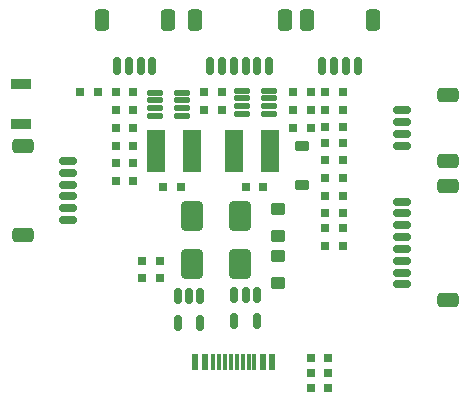
<source format=gbr>
%TF.GenerationSoftware,KiCad,Pcbnew,9.0.7*%
%TF.CreationDate,2026-01-24T01:10:00+08:00*%
%TF.ProjectId,zero star-rounded,7a65726f-2073-4746-9172-2d726f756e64,rev?*%
%TF.SameCoordinates,Original*%
%TF.FileFunction,Paste,Bot*%
%TF.FilePolarity,Positive*%
%FSLAX46Y46*%
G04 Gerber Fmt 4.6, Leading zero omitted, Abs format (unit mm)*
G04 Created by KiCad (PCBNEW 9.0.7) date 2026-01-24 01:10:00*
%MOMM*%
%LPD*%
G01*
G04 APERTURE LIST*
G04 Aperture macros list*
%AMRoundRect*
0 Rectangle with rounded corners*
0 $1 Rounding radius*
0 $2 $3 $4 $5 $6 $7 $8 $9 X,Y pos of 4 corners*
0 Add a 4 corners polygon primitive as box body*
4,1,4,$2,$3,$4,$5,$6,$7,$8,$9,$2,$3,0*
0 Add four circle primitives for the rounded corners*
1,1,$1+$1,$2,$3*
1,1,$1+$1,$4,$5*
1,1,$1+$1,$6,$7*
1,1,$1+$1,$8,$9*
0 Add four rect primitives between the rounded corners*
20,1,$1+$1,$2,$3,$4,$5,0*
20,1,$1+$1,$4,$5,$6,$7,0*
20,1,$1+$1,$6,$7,$8,$9,0*
20,1,$1+$1,$8,$9,$2,$3,0*%
G04 Aperture macros list end*
%ADD10R,0.800000X0.800000*%
%ADD11RoundRect,0.225000X-0.375000X0.225000X-0.375000X-0.225000X0.375000X-0.225000X0.375000X0.225000X0*%
%ADD12RoundRect,0.250000X-0.650000X1.000000X-0.650000X-1.000000X0.650000X-1.000000X0.650000X1.000000X0*%
%ADD13RoundRect,0.125000X0.537500X0.125000X-0.537500X0.125000X-0.537500X-0.125000X0.537500X-0.125000X0*%
%ADD14RoundRect,0.150000X-0.625000X0.150000X-0.625000X-0.150000X0.625000X-0.150000X0.625000X0.150000X0*%
%ADD15RoundRect,0.250000X-0.650000X0.350000X-0.650000X-0.350000X0.650000X-0.350000X0.650000X0.350000X0*%
%ADD16RoundRect,0.150000X-0.150000X0.512500X-0.150000X-0.512500X0.150000X-0.512500X0.150000X0.512500X0*%
%ADD17R,1.500000X3.600000*%
%ADD18RoundRect,0.250000X0.350000X-0.275000X0.350000X0.275000X-0.350000X0.275000X-0.350000X-0.275000X0*%
%ADD19RoundRect,0.150000X-0.150000X-0.625000X0.150000X-0.625000X0.150000X0.625000X-0.150000X0.625000X0*%
%ADD20RoundRect,0.250000X-0.350000X-0.650000X0.350000X-0.650000X0.350000X0.650000X-0.350000X0.650000X0*%
%ADD21RoundRect,0.250000X-0.350000X0.275000X-0.350000X-0.275000X0.350000X-0.275000X0.350000X0.275000X0*%
%ADD22RoundRect,0.150000X0.625000X-0.150000X0.625000X0.150000X-0.625000X0.150000X-0.625000X-0.150000X0*%
%ADD23RoundRect,0.250000X0.650000X-0.350000X0.650000X0.350000X-0.650000X0.350000X-0.650000X-0.350000X0*%
%ADD24R,0.600000X1.450000*%
%ADD25R,0.300000X1.450000*%
%ADD26R,1.700000X0.900000*%
G04 APERTURE END LIST*
D10*
%TO.C,C47*%
X201250000Y-82250000D03*
X199750000Y-82250000D03*
%TD*%
%TO.C,C17*%
X186000000Y-83000000D03*
X187500000Y-83000000D03*
%TD*%
D11*
%TO.C,D12*%
X197750000Y-79500000D03*
X197750000Y-82800000D03*
%TD*%
D10*
%TO.C,C20*%
X184250000Y-89250000D03*
X184250000Y-90750000D03*
%TD*%
%TO.C,C16*%
X183500000Y-79500000D03*
X182000000Y-79500000D03*
%TD*%
D12*
%TO.C,D3*%
X192500000Y-85500000D03*
X192500000Y-89500000D03*
%TD*%
D13*
%TO.C,U2*%
X195000000Y-74850000D03*
X195000000Y-75500000D03*
X195000000Y-76150000D03*
X195000000Y-76800000D03*
X192725000Y-76800000D03*
X192725000Y-76150000D03*
X192725000Y-75500000D03*
X192725000Y-74850000D03*
%TD*%
D10*
%TO.C,R8*%
X183500000Y-78000000D03*
X182000000Y-78000000D03*
%TD*%
%TO.C,C18*%
X183500000Y-82500000D03*
X182000000Y-82500000D03*
%TD*%
%TO.C,C43*%
X201250000Y-77920000D03*
X199750000Y-77920000D03*
%TD*%
D14*
%TO.C,J4*%
X206250000Y-84250000D03*
X206250000Y-85250000D03*
X206250000Y-86250000D03*
X206250000Y-87250000D03*
X206250000Y-88250000D03*
X206250000Y-89250000D03*
X206250000Y-90250000D03*
X206250000Y-91250000D03*
D15*
X210125000Y-82950000D03*
X210125000Y-92550000D03*
%TD*%
D16*
%TO.C,U4*%
X187250000Y-92250000D03*
X188200000Y-92250000D03*
X189150000Y-92250000D03*
X189150000Y-94525000D03*
X187250000Y-94525000D03*
%TD*%
D10*
%TO.C,C9*%
X199750000Y-75000000D03*
X201250000Y-75000000D03*
%TD*%
D13*
%TO.C,U3*%
X187637500Y-75025000D03*
X187637500Y-75675000D03*
X187637500Y-76325000D03*
X187637500Y-76975000D03*
X185362500Y-76975000D03*
X185362500Y-76325000D03*
X185362500Y-75675000D03*
X185362500Y-75025000D03*
%TD*%
D16*
%TO.C,U10*%
X192050000Y-92112500D03*
X193000000Y-92112500D03*
X193950000Y-92112500D03*
X193950000Y-94387500D03*
X192050000Y-94387500D03*
%TD*%
D17*
%TO.C,L1*%
X192000000Y-80000000D03*
X195050000Y-80000000D03*
%TD*%
D10*
%TO.C,C45*%
X199750000Y-79250000D03*
X201250000Y-79250000D03*
%TD*%
D18*
%TO.C,L5*%
X195750000Y-91150000D03*
X195750000Y-88850000D03*
%TD*%
D17*
%TO.C,L2*%
X185450000Y-80000000D03*
X188500000Y-80000000D03*
%TD*%
D19*
%TO.C,J5*%
X199500000Y-72750000D03*
X200500000Y-72750000D03*
X201500000Y-72750000D03*
X202500000Y-72750000D03*
D20*
X198200000Y-68875000D03*
X203800000Y-68875000D03*
%TD*%
D10*
%TO.C,C46*%
X201250000Y-80750000D03*
X199750000Y-80750000D03*
%TD*%
%TO.C,R12*%
X200000000Y-97500000D03*
X198500000Y-97500000D03*
%TD*%
D21*
%TO.C,L4*%
X195750000Y-84850000D03*
X195750000Y-87150000D03*
%TD*%
D10*
%TO.C,C14*%
X194500000Y-83000000D03*
X193000000Y-83000000D03*
%TD*%
%TO.C,R9*%
X182000000Y-75000000D03*
X183500000Y-75000000D03*
%TD*%
%TO.C,C32*%
X185750000Y-90750000D03*
X185750000Y-89250000D03*
%TD*%
D14*
%TO.C,J3*%
X206250000Y-76500000D03*
X206250000Y-77500000D03*
X206250000Y-78500000D03*
X206250000Y-79500000D03*
D15*
X210125000Y-75200000D03*
X210125000Y-80800000D03*
%TD*%
D10*
%TO.C,C33*%
X201250000Y-86500000D03*
X199750000Y-86500000D03*
%TD*%
D22*
%TO.C,J23*%
X178000000Y-85800000D03*
X178000000Y-84800000D03*
X178000000Y-83800000D03*
X178000000Y-82800000D03*
X178000000Y-81800000D03*
X178000000Y-80800000D03*
D23*
X174125000Y-87100000D03*
X174125000Y-79500000D03*
%TD*%
D10*
%TO.C,R7*%
X198500000Y-76500000D03*
X197000000Y-76500000D03*
%TD*%
%TO.C,C13*%
X199750000Y-76500000D03*
X201250000Y-76500000D03*
%TD*%
%TO.C,C48*%
X201250000Y-83750000D03*
X199750000Y-83750000D03*
%TD*%
%TO.C,R30*%
X200000000Y-100000000D03*
X198500000Y-100000000D03*
%TD*%
D19*
%TO.C,J6*%
X190000000Y-72750000D03*
X191000000Y-72750000D03*
X192000000Y-72750000D03*
X193000000Y-72750000D03*
X194000000Y-72750000D03*
X195000000Y-72750000D03*
D20*
X188700000Y-68875000D03*
X196300000Y-68875000D03*
%TD*%
D19*
%TO.C,J22*%
X182107165Y-72755245D03*
X183107165Y-72755245D03*
X184107165Y-72755245D03*
X185107165Y-72755245D03*
D20*
X180807165Y-68880245D03*
X186407165Y-68880245D03*
%TD*%
D24*
%TO.C,J1*%
X195250000Y-97805000D03*
X194450000Y-97805000D03*
D25*
X193250000Y-97805000D03*
X192250000Y-97805000D03*
X191750000Y-97805000D03*
X190750000Y-97805000D03*
D24*
X189550000Y-97805000D03*
X188750000Y-97805000D03*
X188750000Y-97805000D03*
X189550000Y-97805000D03*
D25*
X190250000Y-97805000D03*
X191250000Y-97805000D03*
X192750000Y-97805000D03*
X193750000Y-97805000D03*
D24*
X194450000Y-97805000D03*
X195250000Y-97805000D03*
%TD*%
D10*
%TO.C,R13*%
X200000000Y-98750000D03*
X198500000Y-98750000D03*
%TD*%
%TO.C,R3*%
X183500000Y-76500000D03*
X182000000Y-76500000D03*
%TD*%
%TO.C,R11*%
X179000000Y-75000000D03*
X180500000Y-75000000D03*
%TD*%
%TO.C,R4*%
X191000000Y-76500000D03*
X191000000Y-75000000D03*
%TD*%
%TO.C,C5*%
X183500000Y-81000000D03*
X182000000Y-81000000D03*
%TD*%
%TO.C,R5*%
X198500000Y-75000000D03*
X197000000Y-75000000D03*
%TD*%
D12*
%TO.C,D2*%
X188500000Y-85500000D03*
X188500000Y-89500000D03*
%TD*%
D26*
%TO.C,SW1*%
X174000000Y-74300000D03*
X174000000Y-77700000D03*
%TD*%
D10*
%TO.C,R10*%
X189500000Y-76500000D03*
X189500000Y-75000000D03*
%TD*%
%TO.C,C35*%
X201250000Y-85250000D03*
X199750000Y-85250000D03*
%TD*%
%TO.C,C15*%
X201250000Y-88000000D03*
X199750000Y-88000000D03*
%TD*%
%TO.C,R6*%
X198500000Y-78000000D03*
X197000000Y-78000000D03*
%TD*%
M02*

</source>
